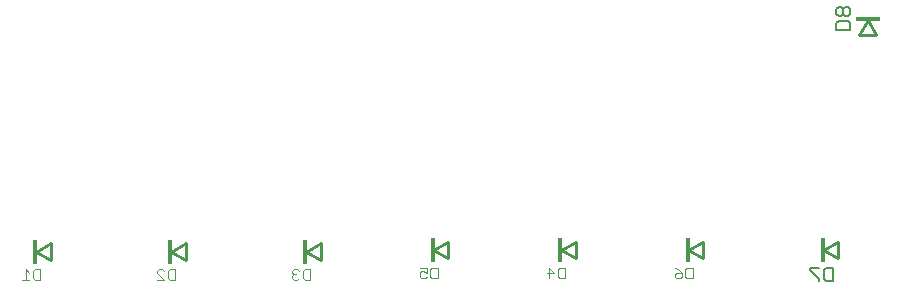
<source format=gbr>
G75*
%MOIN*%
%OFA0B0*%
%FSLAX25Y25*%
%IPPOS*%
%LPD*%
%AMOC8*
5,1,8,0,0,1.08239X$1,22.5*
%
%ADD10C,0.01000*%
%ADD11R,0.01181X0.08268*%
%ADD12C,0.00400*%
%ADD13C,0.00500*%
%ADD14R,0.08268X0.01181*%
D10*
X0073276Y0051500D02*
X0078197Y0054256D01*
X0078197Y0048744D01*
X0073276Y0051500D01*
X0118276Y0051500D02*
X0123197Y0054256D01*
X0123197Y0048744D01*
X0118276Y0051500D01*
X0163276Y0051500D02*
X0168197Y0054256D01*
X0168197Y0048744D01*
X0163276Y0051500D01*
X0205776Y0052000D02*
X0210697Y0054756D01*
X0210697Y0049244D01*
X0205776Y0052000D01*
X0248276Y0052000D02*
X0253197Y0054756D01*
X0253197Y0049244D01*
X0248276Y0052000D01*
X0290776Y0052000D02*
X0295697Y0054756D01*
X0295697Y0049244D01*
X0290776Y0052000D01*
X0335776Y0052000D02*
X0340697Y0054756D01*
X0340697Y0049244D01*
X0335776Y0052000D01*
X0347744Y0123803D02*
X0353256Y0123803D01*
X0350500Y0128724D01*
X0347744Y0123803D01*
D11*
X0335579Y0052000D03*
X0290579Y0052000D03*
X0248079Y0052000D03*
X0205579Y0052000D03*
X0163079Y0051500D03*
X0118079Y0051500D03*
X0073079Y0051500D03*
D12*
X0071031Y0042109D02*
X0068671Y0042109D01*
X0069851Y0042109D02*
X0069851Y0045649D01*
X0071031Y0044469D01*
X0072297Y0045059D02*
X0072887Y0045649D01*
X0074657Y0045649D01*
X0074657Y0042109D01*
X0072887Y0042109D01*
X0072297Y0042699D01*
X0072297Y0045059D01*
X0113671Y0045059D02*
X0114261Y0045649D01*
X0115441Y0045649D01*
X0116031Y0045059D01*
X0117297Y0045059D02*
X0117887Y0045649D01*
X0119657Y0045649D01*
X0119657Y0042109D01*
X0117887Y0042109D01*
X0117297Y0042699D01*
X0117297Y0045059D01*
X0116031Y0042109D02*
X0113671Y0042109D01*
X0116031Y0042109D02*
X0113671Y0044469D01*
X0113671Y0045059D01*
X0158671Y0045059D02*
X0158671Y0044469D01*
X0159261Y0043879D01*
X0158671Y0043289D01*
X0158671Y0042699D01*
X0159261Y0042109D01*
X0160441Y0042109D01*
X0161031Y0042699D01*
X0162297Y0042699D02*
X0162297Y0045059D01*
X0162887Y0045649D01*
X0164657Y0045649D01*
X0164657Y0042109D01*
X0162887Y0042109D01*
X0162297Y0042699D01*
X0161031Y0045059D02*
X0160441Y0045649D01*
X0159261Y0045649D01*
X0158671Y0045059D01*
X0159261Y0043879D02*
X0159851Y0043879D01*
X0201171Y0044379D02*
X0201171Y0043199D01*
X0201761Y0042609D01*
X0202941Y0042609D01*
X0203531Y0043199D01*
X0203531Y0044379D02*
X0202351Y0044969D01*
X0201761Y0044969D01*
X0201171Y0044379D01*
X0201171Y0046149D02*
X0203531Y0046149D01*
X0203531Y0044379D01*
X0204797Y0043199D02*
X0204797Y0045559D01*
X0205387Y0046149D01*
X0207157Y0046149D01*
X0207157Y0042609D01*
X0205387Y0042609D01*
X0204797Y0043199D01*
X0243671Y0044379D02*
X0246031Y0044379D01*
X0244261Y0046149D01*
X0244261Y0042609D01*
X0247297Y0043199D02*
X0247297Y0045559D01*
X0247887Y0046149D01*
X0249657Y0046149D01*
X0249657Y0042609D01*
X0247887Y0042609D01*
X0247297Y0043199D01*
X0286171Y0043199D02*
X0286171Y0043789D01*
X0286761Y0044379D01*
X0288531Y0044379D01*
X0288531Y0043199D01*
X0287941Y0042609D01*
X0286761Y0042609D01*
X0286171Y0043199D01*
X0287351Y0045559D02*
X0288531Y0044379D01*
X0287351Y0045559D02*
X0286171Y0046149D01*
X0289797Y0045559D02*
X0289797Y0043199D01*
X0290387Y0042609D01*
X0292157Y0042609D01*
X0292157Y0046149D01*
X0290387Y0046149D01*
X0289797Y0045559D01*
D13*
X0331458Y0045350D02*
X0334460Y0042347D01*
X0334460Y0041596D01*
X0336062Y0042347D02*
X0336062Y0045350D01*
X0336812Y0046100D01*
X0339064Y0046100D01*
X0339064Y0041596D01*
X0336812Y0041596D01*
X0336062Y0042347D01*
X0334460Y0046100D02*
X0331458Y0046100D01*
X0331458Y0045350D01*
X0340096Y0125436D02*
X0340096Y0127688D01*
X0340847Y0128438D01*
X0343850Y0128438D01*
X0344600Y0127688D01*
X0344600Y0125436D01*
X0340096Y0125436D01*
X0340847Y0130040D02*
X0341598Y0130040D01*
X0342348Y0130790D01*
X0342348Y0132292D01*
X0341598Y0133042D01*
X0340847Y0133042D01*
X0340096Y0132292D01*
X0340096Y0130790D01*
X0340847Y0130040D01*
X0342348Y0130790D02*
X0343099Y0130040D01*
X0343850Y0130040D01*
X0344600Y0130790D01*
X0344600Y0132292D01*
X0343850Y0133042D01*
X0343099Y0133042D01*
X0342348Y0132292D01*
D14*
X0350500Y0128921D03*
M02*

</source>
